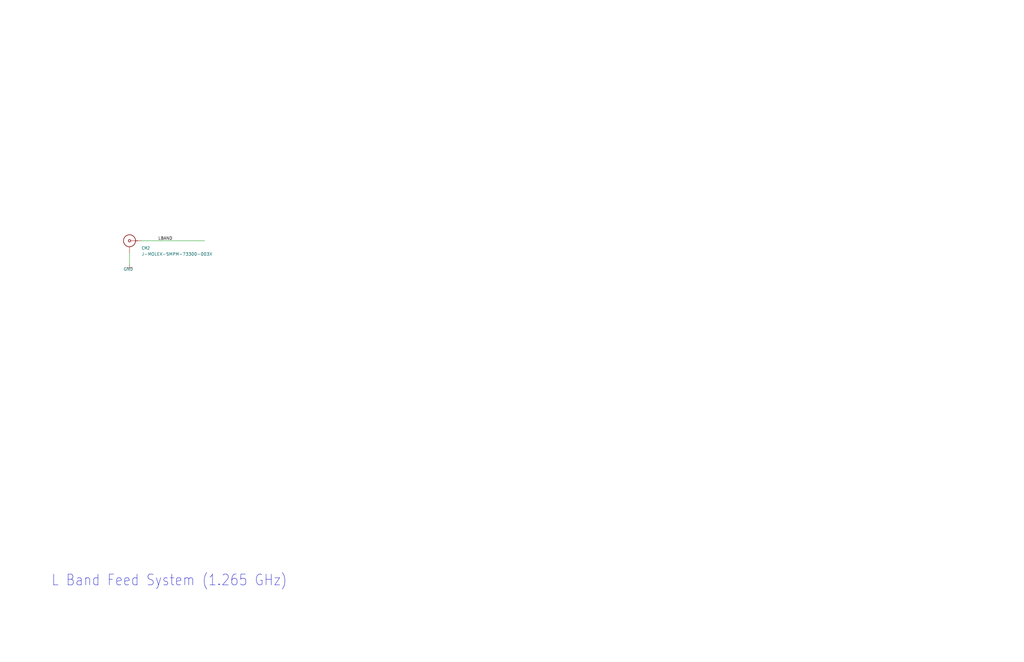
<source format=kicad_sch>
(kicad_sch (version 20211123) (generator eeschema)
  (paper "USLedger")
  (title_block (title "+Z End Card w/ Turnstile") (rev "1.0"))
  (lib_symbols
    (symbol "oresat-connectors:J-MOLEX-SMPM-73300-003X"
      (property "Reference" "CM1" (at 5.08 -3.81 0))
      (property "Value" "J-MOLEX-SMPM-73300-003X" (at 5.08 -6.35 0))
      (symbol "J-MOLEX-SMPM-73300-003X_1_0"
        (polyline (pts (xy 0.508 0) (xy 3.556 0)) (stroke (width 0.1524)))
        (circle (center 0 0) (radius 0.508) (stroke (width 0.254)))
        (circle (center 0 0) (radius 2.54) (stroke (width 0.254)))
        (pin passive line (at 0 -5.08 90) (length 2.54) (name "SHIELD3") (number "GND"))
        (pin passive line (at 5.08 0 180) (length 2.54) (name "CENTER") (number "RF"))
      )
    )
    (symbol "oresat-power:GND" (power) (pin_names (offset 0))
      (property "Value" "GND" (at 0 -2.54 0))
      (symbol "GND_0_1"
        (polyline (pts (xy 0 0) (xy 0 -1.27) (xy 1.27 -1.27) (xy 0 -1.27) (xy -1.27 -1.27) (xy 0 -1.27)))
      )
      (symbol "GND_1_1"
        (pin power_in line (at 0 0 270) (length 0) hide (name "GND") (number "1"))
      )
    )
  )
  (wire (pts (xy 54.61 106.68) (xy 54.61 111.76)))
  (wire (pts (xy 59.69 101.6) (xy 86.36 101.6)))
  (text "L Band Feed System (1.265 GHz)" (at 21.59 247.65 180) (effects (font (size 4.572 3.8862)) (justify left bottom)))
  (label "LBAND" (at 66.675 101.6 0) (effects (font (size 1.2446 1.2446))))
  (symbol (lib_id "oresat-connectors:J-MOLEX-SMPM-73300-003X") (at 54.61 101.6 0) (unit 1)
    (property "Reference" "CM2" (at 59.69 105.41 0) (effects (font (size 1.27 1.0795)) (justify left bottom)))
    (property "Value" "J-MOLEX-SMPM-73300-003X" (at 59.69 107.95 0) (effects (justify left bottom)))
    (property "Footprint" "oresat-connectors:J-MOLEX-SMPM-073300-003X" (effects hide))
  )
  (symbol (lib_id "oresat-power:GND") (at 54.61 111.76 0) (unit 1)
    (property "Reference" "#GND010" (effects hide))
    (property "Value" "GND" (at 52.07 114.3 0) (effects (justify left bottom)))
    (property "Footprint" "plusz-end-card-with-turnstile:" (effects hide))
  )
)
</source>
